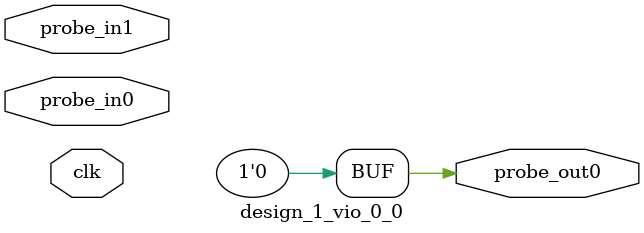
<source format=v>
`timescale 1ns / 1ps
module design_1_vio_0_0 (
clk,
probe_in0,probe_in1,
probe_out0
);

input clk;
input [7 : 0] probe_in0;
input [7 : 0] probe_in1;

output reg [0 : 0] probe_out0 = 'h0 ;


endmodule

</source>
